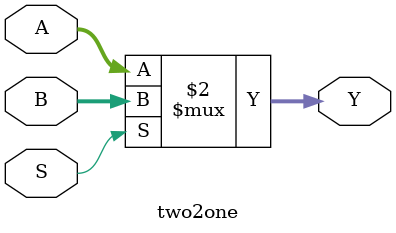
<source format=v>
module two2one #(parameter N=4) 
  ( 
   input [N-1:0] A, B,   //declare data inputs 
   input S,   //declare select input 
   output [N-1:0] Y  //declare output 
  ); 
   assign Y = S==0 ? A : B; //select input 
  endmodule 
</source>
